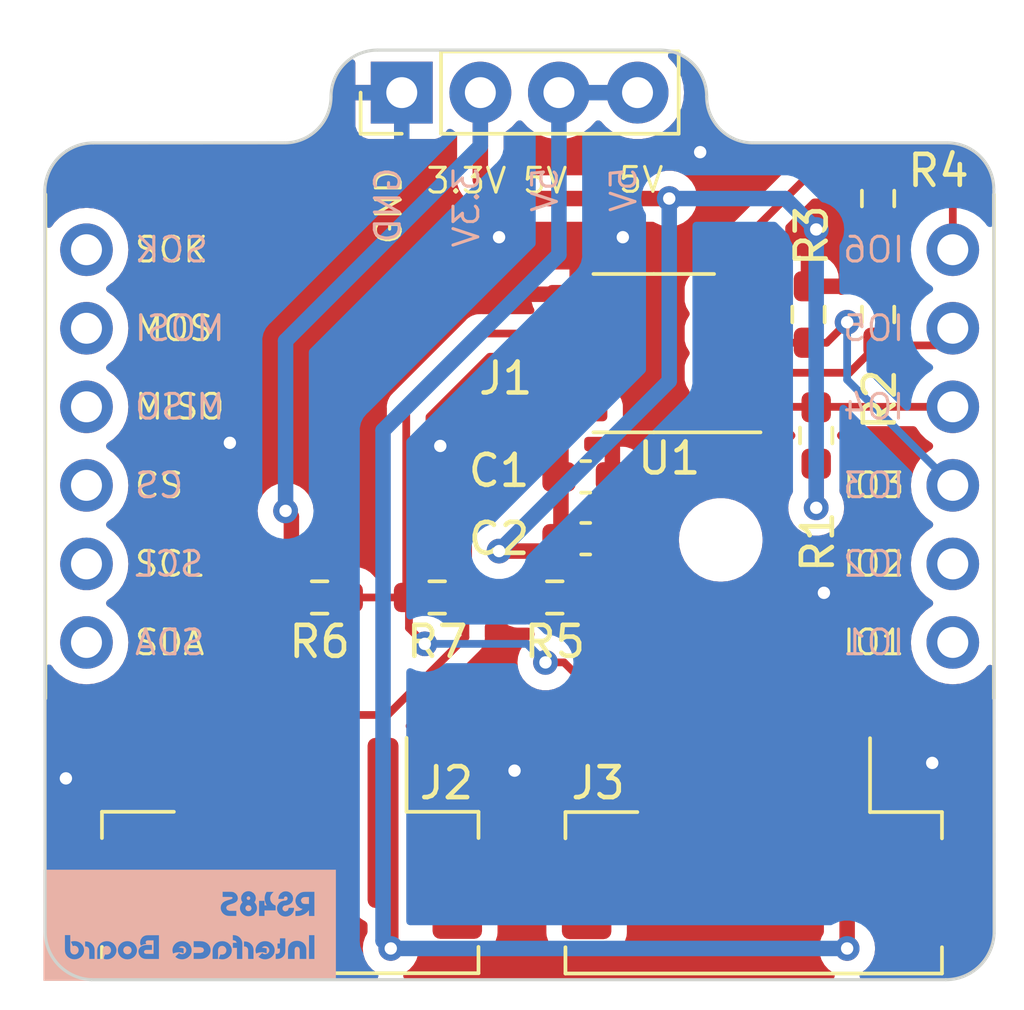
<source format=kicad_pcb>
(kicad_pcb (version 20221018) (generator pcbnew)
  (title_block (comment 4 "AISLER Project ID: JIZAFIGH"))
  (layers (0 "F.Cu" signal) (31 "B.Cu" signal) (34 "B.Paste" user) (35 "F.Paste" user) (36 "B.SilkS" user "B.Silkscreen") (37 "F.SilkS" user "F.Silkscreen") (38 "B.Mask" user) (39 "F.Mask" user) (44 "Edge.Cuts" user))
  (net 0 "")
  (net 1 "+5V")
  (net 2 "+3V3")
  (net 10 "Net-(J1-GPIO_3)")
  (net 11 "Net-(J1-GPIO_4)")
  (net 12 "Net-(J1-GPIO_6)")
  (net 13 "Net-(J2-Pin_2)")
  (net 14 "Net-(J2-Pin_3)")
  (net 15 "GND")
  (net 17 "Net-(J1-GPIO_5)")
  (footprint "Connector_JST:JST_PH_B4B-PH-SM4-TB_1x04-1MP_P2.00mm_Vertical" (layer "F.Cu") (at 69.75 65.19 180)
    (fp_text reference "J2" (at -5.05 1.79) (layer "F.SilkS"))
    (fp_text value "Conn_01x04")
    (fp_line (start -6.085 -4.36) (end 6.085 -4.36) (stroke (width 0.12)) (layer "F.SilkS"))
    (fp_line (start -6.085 -3.51) (end -6.085 -4.36) (stroke (width 0.12)) (layer "F.SilkS"))
    (fp_line (start -6.085 0.01) (end -6.085 0.86) (stroke (width 0.12)) (layer "F.SilkS"))
    (fp_line (start -6.085 0.86) (end -3.76 0.86) (stroke (width 0.12)) (layer "F.SilkS"))
    (fp_line (start -3.76 0.86) (end -3.76 3.25) (stroke (width 0.12)) (layer "F.SilkS"))
    (fp_line (start 6.085 -4.36) (end 6.085 -3.51) (stroke (width 0.12)) (layer "F.SilkS"))
    (fp_line (start 6.085 0.01) (end 6.085 0.86) (stroke (width 0.12)) (layer "F.SilkS"))
    (fp_line (start 6.085 0.86) (end 3.76 0.86) (stroke (width 0.12)) (layer "F.SilkS"))
    (pad "1" smd roundrect (at -3 0.5 180) (size 1 5.5) (layers "F.Cu" "F.Paste" "F.Mask") (net 1 "+5V"))
    (pad "2" smd roundrect (at -1 0.5 180) (size 1 5.5) (layers "F.Cu" "F.Paste" "F.Mask") (net 13 "Net-(J2-Pin_2)"))
    (pad "3" smd roundrect (at 1 0.5 180) (size 1 5.5) (layers "F.Cu" "F.Paste" "F.Mask") (net 14 "Net-(J2-Pin_3)"))
    (pad "4" smd roundrect (at 3 0.5 180) (size 1 5.5) (layers "F.Cu" "F.Paste" "F.Mask") (net 15 "GND"))
    (pad "MP" smd roundrect (at -5.4 -1.75 180) (size 1.6 3) (layers "F.Cu" "F.Paste" "F.Mask") (roundrect_rratio 0.15625))
    (pad "MP" smd roundrect (at 5.4 -1.75 180) (size 1.6 3) (layers "F.Cu" "F.Paste" "F.Mask") (roundrect_rratio 0.15625))
  )
  (footprint "Resistor_SMD:R_0603_1608Metric_Pad0.98x0.95mm_HandSolder" (layer "F.Cu") (at 78.3 57.4 180)
    (fp_text reference "R5" (at 0 -1.43) (layer "F.SilkS"))
    (fp_text value "20k")
    (fp_line (start -0.254724 -0.5225) (end 0.254724 -0.5225) (stroke (width 0.12)) (layer "F.SilkS"))
    (fp_line (start -0.254724 0.5225) (end 0.254724 0.5225) (stroke (width 0.12)) (layer "F.SilkS"))
    (pad "1" smd roundrect (at -0.9125 0 180) (size 0.975 0.95) (layers "F.Cu" "F.Paste" "F.Mask") (net 15 "GND"))
    (pad "2" smd roundrect (at 0.9125 0 180) (size 0.975 0.95) (layers "F.Cu" "F.Paste" "F.Mask") (net 13 "Net-(J2-Pin_2)"))
  )
  (footprint "Capacitor_SMD:C_0603_1608Metric_Pad1.08x0.95mm_HandSolder" (layer "F.Cu") (at 79.3 53.5)
    (fp_text reference "C1" (at -2.8 -0.2) (layer "F.SilkS"))
    (fp_text value "0.1uF")
    (fp_line (start -0.146267 -0.51) (end 0.146267 -0.51) (stroke (width 0.12)) (layer "F.SilkS"))
    (fp_line (start -0.146267 0.51) (end 0.146267 0.51) (stroke (width 0.12)) (layer "F.SilkS"))
    (pad "1" smd roundrect (at -0.8625 0) (size 1.075 0.95) (layers "F.Cu" "F.Paste" "F.Mask") (net 2 "+3V3"))
    (pad "2" smd roundrect (at 0.8625 0) (size 1.075 0.95) (layers "F.Cu" "F.Paste" "F.Mask") (net 15 "GND"))
  )
  (footprint "Connector_JST:JST_PH_B4B-PH-SM4-TB_1x04-1MP_P2.00mm_Vertical" (layer "F.Cu") (at 84.73 65.200001 180)
    (fp_text reference "J3" (at 5.03 1.800001) (layer "F.SilkS"))
    (fp_text value "Conn_01x04")
    (fp_line (start -6.085 -4.36) (end 6.085 -4.36) (stroke (width 0.12)) (layer "F.SilkS"))
    (fp_line (start -6.085 -3.51) (end -6.085 -4.36) (stroke (width 0.12)) (layer "F.SilkS"))
    (fp_line (start -6.085 0.01) (end -6.085 0.86) (stroke (width 0.12)) (layer "F.SilkS"))
    (fp_line (start -6.085 0.86) (end -3.76 0.86) (stroke (width 0.12)) (layer "F.SilkS"))
    (fp_line (start -3.76 0.86) (end -3.76 3.25) (stroke (width 0.12)) (layer "F.SilkS"))
    (fp_line (start 6.085 -4.36) (end 6.085 -3.51) (stroke (width 0.12)) (layer "F.SilkS"))
    (fp_line (start 6.085 0.01) (end 6.085 0.86) (stroke (width 0.12)) (layer "F.SilkS"))
    (fp_line (start 6.085 0.86) (end 3.76 0.86) (stroke (width 0.12)) (layer "F.SilkS"))
    (pad "1" smd roundrect (at -3 0.5 180) (size 1 5.5) (layers "F.Cu" "F.Paste" "F.Mask") (net 1 "+5V"))
    (pad "2" smd roundrect (at -1 0.5 180) (size 1 5.5) (layers "F.Cu" "F.Paste" "F.Mask") (net 13 "Net-(J2-Pin_2)"))
    (pad "3" smd roundrect (at 1 0.5 180) (size 1 5.5) (layers "F.Cu" "F.Paste" "F.Mask") (net 14 "Net-(J2-Pin_3)"))
    (pad "4" smd roundrect (at 3 0.5 180) (size 1 5.5) (layers "F.Cu" "F.Paste" "F.Mask") (net 15 "GND"))
    (pad "MP" smd roundrect (at -5.4 -1.75 180) (size 1.6 3) (layers "F.Cu" "F.Paste" "F.Mask") (roundrect_rratio 0.15625))
    (pad "MP" smd roundrect (at 5.4 -1.75 180) (size 1.6 3) (layers "F.Cu" "F.Paste" "F.Mask") (roundrect_rratio 0.15625))
  )
  (footprint "Package_SO:SOIC-8_3.9x4.9mm_P1.27mm" (layer "F.Cu") (at 81.5 49.5 180)
    (fp_text reference "U1" (at -0.5 -3.4) (layer "F.SilkS"))
    (fp_text value "MAX485E")
    (fp_line (start 0 -2.56) (end -3.45 -2.56) (stroke (width 0.12)) (layer "F.SilkS"))
    (fp_line (start 0 -2.56) (end 1.95 -2.56) (stroke (width 0.12)) (layer "F.SilkS"))
    (fp_line (start 0 2.56) (end -1.95 2.56) (stroke (width 0.12)) (layer "F.SilkS"))
    (fp_line (start 0 2.56) (end 1.95 2.56) (stroke (width 0.12)) (layer "F.SilkS"))
    (pad "1" smd roundrect (at -2.475 -1.905 180) (size 1.95 0.6) (layers "F.Cu" "F.Paste" "F.Mask") (net 11 "Net-(J1-GPIO_4)"))
    (pad "2" smd roundrect (at -2.475 -0.635 180) (size 1.95 0.6) (layers "F.Cu" "F.Paste" "F.Mask") (net 17 "Net-(J1-GPIO_5)"))
    (pad "3" smd roundrect (at -2.475 0.635 180) (size 1.95 0.6) (layers "F.Cu" "F.Paste" "F.Mask") (net 10 "Net-(J1-GPIO_3)"))
    (pad "4" smd roundrect (at -2.475 1.905 180) (size 1.95 0.6) (layers "F.Cu" "F.Paste" "F.Mask") (net 12 "Net-(J1-GPIO_6)"))
    (pad "5" smd roundrect (at 2.475 1.905 180) (size 1.95 0.6) (layers "F.Cu" "F.Paste" "F.Mask") (net 15 "GND"))
    (pad "6" smd roundrect (at 2.475 0.635 180) (size 1.95 0.6) (layers "F.Cu" "F.Paste" "F.Mask") (net 14 "Net-(J2-Pin_3)"))
    (pad "7" smd roundrect (at 2.475 -0.635 180) (size 1.95 0.6) (layers "F.Cu" "F.Paste" "F.Mask") (net 13 "Net-(J2-Pin_2)"))
    (pad "8" smd roundrect (at 2.475 -1.905 180) (size 1.95 0.6) (layers "F.Cu" "F.Paste" "F.Mask") (net 2 "+3V3"))
  )
  (footprint "Resistor_SMD:R_0603_1608Metric_Pad0.98x0.95mm_HandSolder" (layer "F.Cu") (at 86.5 48.25 -90)
    (fp_text reference "R3" (at -2.55 -0.1 90) (layer "F.SilkS"))
    (fp_text value "10k")
    (fp_line (start -0.254724 -0.5225) (end 0.254724 -0.5225) (stroke (width 0.12)) (layer "F.SilkS"))
    (fp_line (start -0.254724 0.5225) (end 0.254724 0.5225) (stroke (width 0.12)) (layer "F.SilkS"))
    (pad "1" smd roundrect (at -0.9125 0 270) (size 0.975 0.95) (layers "F.Cu" "F.Paste" "F.Mask") (net 2 "+3V3"))
    (pad "2" smd roundrect (at 0.9125 0 270) (size 0.975 0.95) (layers "F.Cu" "F.Paste" "F.Mask") (net 10 "Net-(J1-GPIO_3)"))
  )
  (footprint "Resistor_SMD:R_0603_1608Metric_Pad0.98x0.95mm_HandSolder" (layer "F.Cu") (at 88.75 48.25 -90)
    (fp_text reference "R2" (at 2.75 -0.05 90) (layer "F.SilkS"))
    (fp_text value "10k")
    (fp_line (start -0.254724 -0.5225) (end 0.254724 -0.5225) (stroke (width 0.12)) (layer "F.SilkS"))
    (fp_line (start -0.254724 0.5225) (end 0.254724 0.5225) (stroke (width 0.12)) (layer "F.SilkS"))
    (pad "1" smd roundrect (at -0.9125 0 270) (size 0.975 0.95) (layers "F.Cu" "F.Paste" "F.Mask") (net 2 "+3V3"))
    (pad "2" smd roundrect (at 0.9125 0 270) (size 0.975 0.95) (layers "F.Cu" "F.Paste" "F.Mask") (net 17 "Net-(J1-GPIO_5)"))
  )
  (footprint "0_connectors:Hat_connector_hole" (layer "F.Cu") (at 77.165 49.965)
    (fp_text reference "J1" (at -0.45 0.35 unlocked) (layer "F.SilkS"))
    (fp_text value "Hat_connector_hole")
    (fp_text user "IO5" (at 12.5 -1.27 unlocked) (layer "B.SilkS") (effects (font (size 0.8 0.8) (thickness 0.1)) (justify left mirror)))
    (fp_text user "IO6" (at 12.5 -3.81 unlocked) (layer "B.SilkS") (effects (font (size 0.8 0.8) (thickness 0.1)) (justify left mirror)))
    (fp_text user "MOSI" (at -12.5 -1.27 unlocked) (layer "B.SilkS") (effects (font (size 0.8 0.8) (thickness 0.1)) (justify right mirror)))
    (fp_text user "IO4" (at 12.5 1.27 unlocked) (layer "B.SilkS") (effects (font (size 0.8 0.8) (thickness 0.1)) (justify left mirror)))
    (fp_text user "SCL" (at -12.5 6.35 unlocked) (layer "B.SilkS") (effects (font (size 0.8 0.8) (thickness 0.1)) (justify right mirror)))
    (fp_text user "MISO" (at -12.5 1.27 unlocked) (layer "B.SilkS") (effects (font (size 0.8 0.8) (thickness 0.1)) (justify right mirror)))
    (fp_text user "5V" (at 3.36 -6.54 90 unlocked) (layer "B.SilkS") (effects (font (size 0.8 0.8) (thickness 0.1)) (justify left mirror)))
    (fp_text user "5V" (at 0.82 -6.54 90 unlocked) (layer "B.SilkS") (effects (font (size 0.8 0.8) (thickness 0.1)) (justify left mirror)))
    (fp_text user "SDA" (at -12.5 8.89 unlocked) (layer "B.SilkS") (effects (font (size 0.8 0.8) (thickness 0.1)) (justify right mirror)))
    (fp_text user "IO1" (at 12.5 8.89 unlocked) (layer "B.SilkS") (effects (font (size 0.8 0.8) (thickness 0.1)) (justify left mirror)))
    (fp_text user "CS" (at -12.5 3.81 unlocked) (layer "B.SilkS") (effects (font (size 0.8 0.8) (thickness 0.1)) (justify right mirror)))
    (fp_text user "IO2" (at 12.5 6.35 unlocked) (layer "B.SilkS") (effects (font (size 0.8 0.8) (thickness 0.1)) (justify left mirror)))
    (fp_text user "GND" (at -4.26 -6.54 90 unlocked) (layer "B.SilkS") (effects (font (size 0.8 0.8) (thickness 0.1)) (justify left mirror)))
    (fp_text user "IO3" (at 12.5 3.81 unlocked) (layer "B.SilkS") (effects (font (size 0.8 0.8) (thickness 0.1)) (justify left mirror)))
    (fp_text user "SCK" (at -12.5 -3.81 unlocked) (layer "B.SilkS") (effects (font (size 0.8 0.8) (thickness 0.1)) (justify right mirror)))
    (fp_text user "3.3V" (at -1.72 -6.54 90 unlocked) (layer "B.SilkS") (effects (font (size 0.8 0.8) (thickness 0.1)) (justify left mirror)))
    (fp_text user "SCL" (at -12.5 6.35 unlocked) (layer "F.SilkS") (effects (font (size 0.8 0.8) (thickness 0.1)) (justify left)))
    (fp_text user "SDA" (at -12.5 8.89 unlocked) (layer "F.SilkS") (effects (font (size 0.8 0.8) (thickness 0.1)) (justify left)))
    (fp_text user "3.3V" (at -1.72 -6.04 unlocked) (layer "F.SilkS") (effects (font (size 0.8 0.8) (thickness 0.1))))
    (fp_text user "5V" (at 3.135 -6.065 unlocked) (layer "F.SilkS") (effects (font (size 0.8 0.8) (thickness 0.1)) (justify left)))
    (fp_text user "MOSI" (at -12.5 -1.27 unlocked) (layer "F.SilkS") (effects (font (size 0.8 0.8) (thickness 0.1)) (justify left)))
    (fp_text user "IO1" (at 12.5 8.89 unlocked) (layer "F.SilkS") (effects (font (size 0.8 0.8) (thickness 0.1)) (justify right)))
    (fp_text user "GND" (at -4.225 -6.485 90 unlocked) (layer "F.SilkS") (effects (font (size 0.8 0.8) (thickness 0.1)) (justify right)))
    (fp_text user "SCK" (at -12.5 -3.81 unlocked) (layer "F.SilkS") (effects (font (size 0.8 0.8) (thickness 0.1)) (justify left)))
    (fp_text user "CS" (at -12.5 3.81 unlocked) (layer "F.SilkS") (effects (font (size 0.8 0.8) (thickness 0.1)) (justify left)))
    (fp_text user "IO2" (at 12.5 6.35 unlocked) (layer "F.SilkS") (effects (font (size 0.8 0.8) (thickness 0.1)) (justify right)))
    (fp_text user "5V" (at 0.82 -6.04 unlocked) (layer "F.SilkS") (effects (font (size 0.8 0.8) (thickness 0.1))))
    (fp_text user "MISO" (at -12.5 1.27 unlocked) (layer "F.SilkS") (effects (font (size 0.8 0.8) (thickness 0.1)) (justify left)))
    (fp_text user "IO3" (at 12.5 3.81 unlocked) (layer "F.SilkS") (effects (font (size 0.8 0.8) (thickness 0.1)) (justify right)))
    (fp_line (start -15.33 -5.6) (end -15.33 10.7) (stroke (width 0.12)) (layer "F.SilkS"))
    (fp_line (start -5.14 -7.56) (end -5.14 -8.89) (stroke (width 0.12)) (layer "F.SilkS"))
    (fp_line (start -3.81 -7.56) (end -5.14 -7.56) (stroke (width 0.12)) (layer "F.SilkS"))
    (fp_line (start -2.54 -10.22) (end 5.14 -10.22) (stroke (width 0.12)) (layer "F.SilkS"))
    (fp_line (start -2.54 -7.56) (end -2.54 -10.22) (stroke (width 0.12)) (layer "F.SilkS"))
    (fp_line (start -2.54 -7.56) (end 5.14 -7.56) (stroke (width 0.12)) (layer "F.SilkS"))
    (fp_line (start 5.14 -7.56) (end 5.14 -10.22) (stroke (width 0.12)) (layer "F.SilkS"))
    (fp_line (start 15.33 -5.6) (end 15.33 10.7) (stroke (width 0.12)) (layer "F.SilkS"))
    (pad "" np_thru_hole circle (at 6.5 5.5725) (size 2.2 2.2) (drill 2.2) (layers "*.Cu" "*.Mask"))
    (pad "1" thru_hole rect (at -3.81 -8.89 90) (size 2 2) (drill 1) (layers "*.Cu" "*.Mask") (net 15 "GND"))
    (pad "2" thru_hole oval (at -1.27 -8.89 90) (size 2 2) (drill 1) (layers "*.Cu" "*.Mask") (net 2 "+3V3"))
    (pad "3" thru_hole oval (at -14 -3.81) (size 1.7 1.7) (drill 1) (layers "*.Cu" "*.Mask"))
    (pad "4" thru_hole oval (at -14 -1.27) (size 1.7 1.7) (drill 1) (layers "*.Cu" "*.Mask"))
    (pad "5" thru_hole oval (at -14 1.27) (size 1.7 1.7) (drill 1) (layers "*.Cu" "*.Mask"))
    (pad "6" thru_hole oval (at -14 3.81) (size 1.7 1.7) (drill 1) (layers "*.Cu" "*.Mask"))
    (pad "7" thru_hole oval (at -14 6.35) (size 1.7 1.7) (drill 1) (layers "*.Cu" "*.Mask"))
    (pad "8" thru_hole oval (at -14 8.89) (size 1.7 1.7) (drill 1) (layers "*.Cu" "*.Mask"))
    (pad "9" thru_hole oval (at 14 8.89) (size 1.7 1.7) (drill 1) (layers "*.Cu" "*.Mask"))
    (pad "10" thru_hole oval (at 14 6.35) (size 1.7 1.7) (drill 1) (layers "*.Cu" "*.Mask"))
    (pad "11" thru_hole oval (at 14 3.81) (size 1.7 1.7) (drill 1) (layers "*.Cu" "*.Mask") (net 10 "Net-(J1-GPIO_3)"))
    (pad "12" thru_hole oval (at 14 1.27) (size 1.7 1.7) (drill 1) (layers "*.Cu" "*.Mask") (net 11 "Net-(J1-GPIO_4)"))
    (pad "13" thru_hole oval (at 14 -1.27) (size 1.7 1.7) (drill 1) (layers "*.Cu" "*.Mask") (net 17 "Net-(J1-GPIO_5)"))
    (pad "14" thru_hole oval (at 14 -3.81) (size 1.7 1.7) (drill 1) (layers "*.Cu" "*.Mask") (net 12 "Net-(J1-GPIO_6)"))
    (pad "15" thru_hole oval (at 1.27 -8.89 90) (size 2 2) (drill 1) (layers "*.Cu" "*.Mask") (net 1 "+5V"))
    (pad "16" thru_hole oval (at 3.81 -8.89 90) (size 2 2) (drill 1) (layers "*.Cu" "*.Mask") (net 1 "+5V"))
  )
  (footprint "Resistor_SMD:R_0603_1608Metric_Pad0.98x0.95mm_HandSolder" (layer "F.Cu") (at 86.75 52.1625 90)
    (fp_text reference "R1" (at -3.4375 0.05 90) (layer "F.SilkS"))
    (fp_text value "10k")
    (fp_line (start -0.254724 -0.5225) (end 0.254724 -0.5225) (stroke (width 0.12)) (layer "F.SilkS"))
    (fp_line (start -0.254724 0.5225) (end 0.254724 0.5225) (stroke (width 0.12)) (layer "F.SilkS"))
    (pad "1" smd roundrect (at -0.9125 0 90) (size 0.975 0.95) (layers "F.Cu" "F.Paste" "F.Mask") (net 2 "+3V3"))
    (pad "2" smd roundrect (at 0.9125 0 90) (size 0.975 0.95) (layers "F.Cu" "F.Paste" "F.Mask") (net 11 "Net-(J1-GPIO_4)"))
  )
  (footprint "Resistor_SMD:R_0603_1608Metric_Pad0.98x0.95mm_HandSolder" (layer "F.Cu") (at 74.5 57.4 180)
    (fp_text reference "R7" (at 0 -1.43) (layer "F.SilkS"))
    (fp_text value "120R")
    (fp_line (start -0.254724 -0.5225) (end 0.254724 -0.5225) (stroke (width 0.12)) (layer "F.SilkS"))
    (fp_line (start -0.254724 0.5225) (end 0.254724 0.5225) (stroke (width 0.12)) (layer "F.SilkS"))
    (pad "1" smd roundrect (at -0.9125 0 180) (size 0.975 0.95) (layers "F.Cu" "F.Paste" "F.Mask") (net 13 "Net-(J2-Pin_2)"))
    (pad "2" smd roundrect (at 0.9125 0 180) (size 0.975 0.95) (layers "F.Cu" "F.Paste" "F.Mask") (net 14 "Net-(J2-Pin_3)"))
  )
  (footprint "Resistor_SMD:R_0603_1608Metric_Pad0.98x0.95mm_HandSolder" (layer "F.Cu") (at 70.7 57.4 180)
    (fp_text reference "R6" (at 0 -1.43) (layer "F.SilkS"))
    (fp_text value "20k")
    (fp_line (start -0.254724 -0.5225) (end 0.254724 -0.5225) (stroke (width 0.12)) (layer "F.SilkS"))
    (fp_line (start -0.254724 0.5225) (end 0.254724 0.5225) (stroke (width 0.12)) (layer "F.SilkS"))
    (pad "1" smd roundrect (at -0.9125 0 180) (size 0.975 0.95) (layers "F.Cu" "F.Paste" "F.Mask") (net 14 "Net-(J2-Pin_3)"))
    (pad "2" smd roundrect (at 0.9125 0 180) (size 0.975 0.95) (layers "F.Cu" "F.Paste" "F.Mask") (net 2 "+3V3"))
  )
  (footprint "Resistor_SMD:R_0603_1608Metric_Pad0.98x0.95mm_HandSolder" (layer "F.Cu") (at 88.75 44.5 90)
    (fp_text reference "R4" (at 0.9 1.95) (layer "F.SilkS"))
    (fp_text value "10k")
    (fp_line (start -0.254724 -0.5225) (end 0.254724 -0.5225) (stroke (width 0.12)) (layer "F.SilkS"))
    (fp_line (start -0.254724 0.5225) (end 0.254724 0.5225) (stroke (width 0.12)) (layer "F.SilkS"))
    (pad "1" smd roundrect (at -0.9125 0 90) (size 0.975 0.95) (layers "F.Cu" "F.Paste" "F.Mask") (net 2 "+3V3"))
    (pad "2" smd roundrect (at 0.9125 0 90) (size 0.975 0.95) (layers "F.Cu" "F.Paste" "F.Mask") (net 12 "Net-(J1-GPIO_6)"))
  )
  (footprint "Capacitor_SMD:C_0603_1608Metric_Pad1.08x0.95mm_HandSolder" (layer "F.Cu") (at 79.3 55.5)
    (fp_text reference "C2" (at -2.8 0) (layer "F.SilkS"))
    (fp_text value "10uF")
    (fp_line (start -0.146267 -0.51) (end 0.146267 -0.51) (stroke (width 0.12)) (layer "F.SilkS"))
    (fp_line (start -0.146267 0.51) (end 0.146267 0.51) (stroke (width 0.12)) (layer "F.SilkS"))
    (pad "1" smd roundrect (at -0.8625 0) (size 1.075 0.95) (layers "F.Cu" "F.Paste" "F.Mask") (net 2 "+3V3"))
    (pad "2" smd roundrect (at 0.8625 0) (size 1.075 0.95) (layers "F.Cu" "F.Paste" "F.Mask") (net 15 "GND"))
  )
  (footprint "kibuzzard-6474C680" (layer "B.Cu") (at 66.5 68 180)
    (fp_text reference "kibuzzard-6474C680" hide)
    (fp_text value "G***" hide)
    (fp_poly (pts (xy -1.900779 0.937796) (xy -1.944118 0.919461) (xy -1.961898 0.876678) (xy -1.944118 0.833895) (xy -1.900779 0.815559) (xy -1.857441 0.833339) (xy -1.839661 0.876678) (xy -1.857441 0.920016) (xy -1.900779 0.937796)) (fill solid) (layer "B.SilkS"))
    (fp_poly (pts (xy -3.719896 0.689988) (xy -3.670306 0.69735) (xy -3.63044 0.719436) (xy -3.595436 0.795556) (xy -3.604881 0.840562) (xy -3.630996 0.878345) (xy -3.670445 0.903903) (xy -3.719896 0.913349) (xy -3.855468 0.913349) (xy -3.855468 0.689988) (xy -3.719896 0.689988)) (fill solid) (layer "B.SilkS"))
    (fp_poly (pts (xy -1.900779 0.649983) (xy -1.971899 0.621646) (xy -1.999681 0.553304) (xy -1.992458 0.516633) (xy -1.971899 0.485518) (xy -1.940229 0.464404) (xy -1.900779 0.456625) (xy -1.86133 0.464404) (xy -1.829659 0.485518) (xy -1.809101 0.516633) (xy -1.801878 0.553304) (xy -1.809101 0.589975) (xy -1.829659 0.62109) (xy -1.86133 0.642204) (xy -1.900779 0.649983)) (fill solid) (layer "B.SilkS"))
    (fp_poly (pts (xy 1.874892 -0.807753) (xy 1.885293 -0.858115) (xy 1.913759 -0.900266) (xy 1.957004 -0.928731) (xy 2.011746 -0.939132) (xy 2.06594 -0.928731) (xy 2.108638 -0.900266) (xy 2.137103 -0.858115) (xy 2.147504 -0.807753) (xy 2.137103 -0.757391) (xy 2.108638 -0.71524) (xy 2.06594 -0.686227) (xy 2.011746 -0.675279) (xy 1.957004 -0.686227) (xy 1.913759 -0.71524) (xy 1.885293 -0.757391) (xy 1.874892 -0.807753)) (fill solid) (layer "B.SilkS"))
    (fp_poly (pts (xy -4.031703 1.796793) (xy -4.726234 1.796793) (xy -4.726234 -1.796793) (xy -4.031703 -1.796793) (xy -4.031703 -1.089124) (xy -4.031703 -0.320555) (xy -3.857625 -0.320555) (xy -3.857625 -1.089124) (xy -4.031703 -1.089124) (xy -4.031703 -1.796793) (xy -3.178832 -1.796793) (xy -3.178832 -1.088029) (xy -3.392323 -1.088029) (xy -3.392323 -0.774908) (xy -3.415862 -0.717977) (xy -3.474435 -0.693891) (xy -3.534103 -0.71743) (xy -3.557642 -0.774908) (xy -3.557642 -1.088029) (xy -3.770039 -1.088029) (xy -3.770039 -0.774908) (xy -3.764565 -0.719756) (xy -3.748142 -0.668162) (xy -3.721866 -0.621495) (xy -3.686832 -0.581124) (xy -3.643449 -0.547868) (xy -3.592129 -0.52255) (xy -3.533693 -0.506538) (xy -3.468961 -0.501201) (xy -3.418747 -0.505256) (xy -3.418747 0.299939) (xy -3.486533 0.299939) (xy -3.543346 0.303412) (xy -3.598214 0.31383) (xy -3.650581 0.330637) (xy -3.699893 0.353279) (xy -3.745732 0.381199) (xy -3.787682 0.413842) (xy -3.824631 0.450652) (xy -3.855468 0.491074) (xy -3.855468 0.299939) (xy -4.031046 0.299939) (xy -4.031046 1.081148) (xy -3.719896 1.081148) (xy -3.655999 1.075036) (xy -3.597658 1.0567) (xy -3.545985 1.028363) (xy -3.502091 0.992248) (xy -3.46667 0.949465) (xy -3.440416 0.901125) (xy -3.424164 0.849174) (xy -3.418747 0.795556) (xy -3.422914 0.749578) (xy -3.435416 0.70499) (xy -3.455418 0.663179) (xy -3.482088 0.625535) (xy -3.515287 0.592476) (xy -3.554875 0.564416) (xy -3.600297 0.542747) (xy -3.650998 0.528856) (xy -3.605437 0.491074) (xy -3.554875 0.471071) (xy -3.499868 0.463293) (xy -3.440972 0.462181) (xy -3.418747 0.462181) (xy -3.418747 0.299939) (xy -3.418747 -0.505256) (xy -3.402861 -0.506538) (xy -3.344698 -0.52255) (xy -3.294747 -0.547868) (xy -3.25328 -0.581124) (xy -3.220709 -0.621495) (xy -3.197444 -0.668162) (xy -3.183485 -0.719756) (xy -3.178832 -0.774908) (xy -3.178832 -1.088029) (xy -3.178832 -1.796793) (xy -3.098707 -1.796793) (xy -3.098707 0.282159) (xy -3.15802 0.287715) (xy -3.211499 0.304384) (xy -3.258449 0.330221) (xy -3.298176 0.36328) (xy -3.330264 0.402591) (xy -3.354294 0.44718) (xy -3.369296 0.495102) (xy -3.374297 0.544414) (xy -3.374297 0.563305) (xy -3.198719 0.563305) (xy -3.198719 0.544414) (xy -3.169271 0.477183) (xy -3.098707 0.448846) (xy -3.059258 0.456625) (xy -3.027587 0.477739) (xy -3.007029 0.508298) (xy -2.999806 0.544414) (xy -3.007584 0.581085) (xy -3.028698 0.6122) (xy -3.060369 0.633314) (xy -3.099818 0.641093) (xy -3.110375 0.641093) (xy -3.120932 0.642204) (xy -3.129822 0.643871) (xy -3.139823 0.645538) (xy -3.226501 0.674013) (xy -3.290953 0.723881) (xy -3.330958 0.790417) (xy -3.344293 0.868899) (xy -3.327624 0.953354) (xy -3.279841 1.026696) (xy -3.245531 1.055728) (xy -3.204831 1.07837) (xy -3.15802 1.092955) (xy -3.105374 1.097816) (xy -3.054396 1.092955) (xy -3.00814 1.07837) (xy -2.933131 1.027252) (xy -2.884791 0.955021) (xy -2.867567 0.872233) (xy -2.867567 0.853341) (xy -3.045367 0.853341) (xy -3.045367 0.872233) (xy -3.062591 0.915571) (xy -3.105374 0.933351) (xy -3.149824 0.915571) (xy -3.167604 0.872233) (xy -3.15038 0.82056) (xy -3.105374 0.797779) (xy -3.089817 0.797779) (xy -3.029948 0.792501) (xy -2.977025 0.776665) (xy -2.931325 0.752079) (xy -2.893126 0.720547) (xy -2.862844 0.682903) (xy -2.840897 0.639981) (xy -2.827562 0.593309) (xy -2.823117 0.544414) (xy -2.828118 0.495936) (xy -2.843119 0.448291) (xy -2.86715 0.403702) (xy -2.899238 0.364391) (xy -2.939104 0.331193) (xy -2.986471 0.30494) (xy -3.040089 0.287854) (xy -3.098707 0.282159) (xy -3.098707 -1.796793) (xy -2.781409 -1.796793) (xy -2.781409 -1.088029) (xy -2.835056 -1.088029) (xy -2.891166 -1.082555) (xy -2.941254 -1.066132) (xy -2.984911 -1.040951) (xy -3.021724 -1.009201) (xy -3.051284 -0.97184) (xy -3.073181 -0.929826) (xy -3.08673 -0.885075) (xy -3.091246 -0.839503) (xy -3.091246 -0.421279) (xy -2.918263 -0.421279) (xy -2.918263 -0.589882) (xy -2.84053 -0.589882) (xy -2.84053 -0.753011) (xy -2.918263 -0.753011) (xy -2.918263 -0.842787) (xy -2.894177 -0.899718) (xy -2.835056 -0.924899) (xy -2.781409 -0.924899) (xy -2.781409 -1.088029) (xy -2.781409 -1.796793) (xy -2.438728 -1.796793) (xy -2.438728 -1.101167) (xy -2.49867 -1.095693) (xy -2.555875 -1.07927) (xy -2.608427 -1.052994) (xy -2.654409 -1.01796) (xy -2.692865 -0.974988) (xy -2.722836 -0.924899) (xy -2.742133 -0.868789) (xy -2.748565 -0.807753) (xy -2.742954 -0.752601) (xy -2.726121 -0.698818) (xy -2.699161 -0.648729) (xy -2.663168 -0.604662) (xy -2.618554 -0.567575) (xy -2.565728 -0.538425) (xy -2.505513 -0.519539) (xy -2.438728 -0.513244) (xy -2.374681 -0.518992) (xy -2.316108 -0.536236) (xy -2.26424 -0.563059) (xy -2.243044 -0.579699) (xy -2.243044 0.30105) (xy -2.418622 0.30105) (xy -2.418622 0.481073) (xy -2.778667 0.481073) (xy -2.778667 0.63887) (xy -2.764221 0.643315) (xy -2.695879 0.679986) (xy -2.64365 0.733882) (xy -2.610868 0.799446) (xy -2.599756 0.871121) (xy -2.604895 0.919878) (xy -2.620314 0.966133) (xy -2.645456 1.008778) (xy -2.679766 1.046699) (xy -2.715326 1.078925) (xy -2.487519 1.078925) (xy -2.45946 1.030169) (xy -2.439736 0.977246) (xy -2.428068 0.921822) (xy -2.424178 0.865565) (xy -2.428484 0.807225) (xy -2.441403 0.749995) (xy -2.462933 0.694988) (xy -2.493076 0.643315) (xy -2.418622 0.643315) (xy -2.418622 0.79) (xy -2.243044 0.79) (xy -2.243044 0.30105) (xy -2.243044 -0.579699) (xy -2.22031 -0.597546) (xy -2.184318 -0.638876) (xy -2.156263 -0.686227) (xy -2.137377 -0.73741) (xy -2.128892 -0.790236) (xy -2.130534 -0.836218) (xy -2.137651 -0.873443) (xy -2.145862 -0.900813) (xy -2.150789 -0.916141) (xy -2.165022 -0.909024) (xy -2.201151 -0.893697) (xy -2.255892 -0.878917) (xy -2.324866 -0.872348) (xy -2.39603 -0.879464) (xy -2.473763 -0.904098) (xy -2.478142 -0.906287) (xy -2.489091 -0.911761) (xy -2.489091 -0.748632) (xy -2.411358 -0.731662) (xy -2.331435 -0.725641) (xy -2.377966 -0.688964) (xy -2.438728 -0.675279) (xy -2.49347 -0.686227) (xy -2.536716 -0.71524) (xy -2.565181 -0.757391) (xy -2.575582 -0.807753) (xy -2.565181 -0.856473) (xy -2.536168 -0.898076) (xy -2.492922 -0.927089) (xy -2.438728 -0.938037) (xy -2.387272 -0.928184) (xy -2.342384 -0.898624) (xy -2.341289 -0.899718) (xy -2.284358 -0.956649) (xy -2.243302 -0.997158) (xy -2.220858 -1.019055) (xy -2.266977 -1.053952) (xy -2.31994 -1.079818) (xy -2.377829 -1.095829) (xy -2.438728 -1.101167) (xy -2.438728 -1.796793) (xy -1.89022 -1.796793) (xy -1.89022 -1.088029) (xy -2.063203 -1.088029) (xy -2.063203 -0.792425) (xy -2.058002 -0.741789) (xy -2.042401 -0.692796) (xy -2.017357 -0.647224) (xy -1.983828 -0.606852) (xy -1.942498 -0.572775) (xy -1.900779 -0.549795) (xy -1.900779 0.291049) (xy -1.960092 0.296744) (xy -2.013571 0.31383) (xy -2.060522 0.340083) (xy -2.100249 0.373281) (xy -2.132336 0.412592) (xy -2.156367 0.457181) (xy -2.171369 0.504826) (xy -2.176369 0.553304) (xy -2.170813 0.607894) (xy -2.154144 0.656095) (xy -2.127474 0.69985) (xy -2.091914 0.741105) (xy -2.126919 0.806113) (xy -2.138587 0.876678) (xy -2.121363 0.959466) (xy -2.073023 1.031697) (xy -1.998014 1.082815) (xy -1.951758 1.0974) (xy -1.900779 1.102261) (xy -1.849801 1.0974) (xy -1.803545 1.082815) (xy -1.762707 1.060312) (xy -1.72798 1.031697) (xy -1.679085 0.959466) (xy -1.661861 0.876678) (xy -1.673529 0.805836) (xy -1.708533 0.742216) (xy -1.673112 0.700683) (xy -1.646859 0.656095) (xy -1.630607 0.607338) (xy -1.625189 0.553304) (xy -1.63019 0.504826) (xy -1.645192 0.457181) (xy -1.669223 0.412592) (xy -1.70131 0.373281) (xy -1.741037 0.340083) (xy -1.787988 0.31383) (xy -1.841466 0.296744) (xy -1.900779 0.291049) (xy -1.900779 -0.549795) (xy -1.894052 -0.546089) (xy -1.839173 -0.528846) (xy -1.778547 -0.523098) (xy -1.756651 -0.523098) (xy -1.756651 -0.686227) (xy -1.778547 -0.686227) (xy -1.821793 -0.694986) (xy -1.857375 -0.718524) (xy -1.881461 -0.752464) (xy -1.89022 -0.792425) (xy -1.89022 -1.088029) (xy -1.89022 -1.796793) (xy -1.701909 -1.796793) (xy -1.701909 -1.088029) (xy -1.701909 -0.586598) (xy -1.696709 -0.536646) (xy -1.681108 -0.487516) (xy -1.656064 -0.44167) (xy -1.622534 -0.401572) (xy -1.581205 -0.367906) (xy -1.532759 -0.341356) (xy -1.47788 -0.324113) (xy -1.417254 -0.318365) (xy -1.395358 -0.318365) (xy -1.395358 -0.481494) (xy -1.417254 -0.481494) (xy -1.488418 -0.507223) (xy -1.525642 -0.567986) (xy -1.395358 -0.567986) (xy -1.395358 -0.731115) (xy -1.527832 -0.731115) (xy -1.527832 -1.088029) (xy -1.701909 -1.088029) (xy -1.701909 -1.796793) (xy -1.052677 -1.796793) (xy -1.052677 -1.102261) (xy -1.118777 -1.095966) (xy -1.179129 -1.07708) (xy -1.232365 -1.047931) (xy -1.277116 -1.010843) (xy -1.313109 -0.966913) (xy -1.340069 -0.917236) (xy -1.356902 -0.863863) (xy -1.362513 -0.808848) (xy -1.357039 -0.753696) (xy -1.340616 -0.699912) (xy -1.314067 -0.649824) (xy -1.279591 -0.607453) (xy -1.279591 0.30105) (xy -1.508508 0.30105) (xy -1.508508 0.466626) (xy -1.280702 0.466626) (xy -1.209026 0.494963) (xy -1.180689 0.562194) (xy -1.191246 0.605533) (xy -1.220694 0.636648) (xy -1.266256 0.66054) (xy -1.325152 0.681098) (xy -1.388493 0.7011) (xy -1.449056 0.726103) (xy -1.503508 0.759441) (xy -1.542957 0.805558) (xy -1.558514 0.871121) (xy -1.542957 0.947798) (xy -1.499063 1.015584) (xy -1.430165 1.063923) (xy -1.387243 1.077675) (xy -1.339598 1.082259) (xy -1.066231 1.082259) (xy -1.066231 0.916683) (xy -1.341821 0.916683) (xy -1.375158 0.907793) (xy -1.387382 0.884456) (xy -1.376825 0.862231) (xy -1.340709 0.842229) (xy -1.280146 0.823893) (xy -1.210693 0.804446) (xy -1.136239 0.774443) (xy -1.07012 0.728881) (xy -1.022336 0.66054) (xy -1.008585 0.615673) (xy -1.004001 0.562194) (xy -1.009001 0.513021) (xy -1.024003 0.465515) (xy -1.048034 0.421343) (xy -1.080121 0.382171) (xy -1.119849 0.349112) (xy -1.166799 0.323275) (xy -1.220278 0.306606) (xy -1.279591 0.30105) (xy -1.279591 -0.607453) (xy -1.278211 -0.605757) (xy -1.23346 -0.56867) (xy -1.180224 -0.53952) (xy -1.119598 -0.520634) (xy -1.052677 -0.514339) (xy -0.985755 -0.520497) (xy -0.925129 -0.538973) (xy -0.871893 -0.567712) (xy -0.827142 -0.604662) (xy -0.79115 -0.648729) (xy -0.76419 -0.698818) (xy -0.747357 -0.752875) (xy -0.741746 -0.808848) (xy -0.741746 -1.088029) (xy -0.916918 -1.088029) (xy -0.916918 -0.808848) (xy -0.926224 -0.753011) (xy -0.9525 -0.707029) (xy -0.994651 -0.675826) (xy -1.052677 -0.66433) (xy -1.107418 -0.676921) (xy -1.150664 -0.710313) (xy -1.178582 -0.756843) (xy -1.188435 -0.808848) (xy -1.178582 -0.860305) (xy -1.150664 -0.905193) (xy -1.107418 -0.93749) (xy -1.052677 -0.95008) (xy -1.023664 -0.948438) (xy -0.996841 -0.941322) (xy -0.985345 -0.967598) (xy -0.965091 -1.014675) (xy -0.936625 -1.07927) (xy -0.936625 -1.080365) (xy -0.993556 -1.096787) (xy -1.052677 -1.102261) (xy -1.052677 -1.796793) (xy -0.129737 -1.796793) (xy -0.129737 -1.088029) (xy -0.353082 -1.088029) (xy -0.41973 -1.082418) (xy -0.481724 -1.065585) (xy -0.537287 -1.039035) (xy -0.584638 -1.004274) (xy -0.623231 -0.962124) (xy -0.652517 -0.913404) (xy -0.670992 -0.859347) (xy -0.677151 -0.801184) (xy -0.670992 -0.743021) (xy -0.652517 -0.688964) (xy -0.623231 -0.640244) (xy -0.584638 -0.598093) (xy -0.537287 -0.563469) (xy -0.481724 -0.53733) (xy -0.419456 -0.520908) (xy -0.351987 -0.515434) (xy -0.129737 -0.515434) (xy -0.129737 -0.708124) (xy -0.351987 -0.708124) (xy -0.433552 -0.733305) (xy -0.464754 -0.801184) (xy -0.433552 -0.869063) (xy -0.353082 -0.895339) (xy -0.129737 -0.895339) (xy -0.129737 -1.088029) (xy -0.129737 -1.796793) (xy 0.245789 -1.796793) (xy 0.245789 -1.101167) (xy 0.185847 -1.095693) (xy 0.128642 -1.07927) (xy 0.076091 -1.052994) (xy 0.030108 -1.01796) (xy -0.008348 -0.974988) (xy -0.038319 -0.924899) (xy -0.057615 -0.868789) (xy -0.064047 -0.807753) (xy -0.058436 -0.752601) (xy -0.041603 -0.698818) (xy -0.014643 -0.648729) (xy 0.021349 -0.604662) (xy 0.065963 -0.567575) (xy 0.118789 -0.538425) (xy 0.179004 -0.519539) (xy 0.245789 -0.513244) (xy 0.309836 -0.518992) (xy 0.368409 -0.536236) (xy 0.420277 -0.563059) (xy 0.464207 -0.597546) (xy 0.500199 -0.638876) (xy 0.528254 -0.686227) (xy 0.54714 -0.73741) (xy 0.555625 -0.790236) (xy 0.553983 -0.836218) (xy 0.546866 -0.873443) (xy 0.538655 -0.900813) (xy 0.533728 -0.916141) (xy 0.519496 -0.909024) (xy 0.483366 -0.893697) (xy 0.428625 -0.878917) (xy 0.359651 -0.872348) (xy 0.288487 -0.879464) (xy 0.210754 -0.904098) (xy 0.206375 -0.906287) (xy 0.195427 -0.911761) (xy 0.195427 -0.748632) (xy 0.273159 -0.731662) (xy 0.353082 -0.725641) (xy 0.306552 -0.688964) (xy 0.245789 -0.675279) (xy 0.191047 -0.686227) (xy 0.147802 -0.71524) (xy 0.119336 -0.757391) (xy 0.108935 -0.807753) (xy 0.119336 -0.856473) (xy 0.148349 -0.898076) (xy 0.191595 -0.927089) (xy 0.245789 -0.938037) (xy 0.297246 -0.928184) (xy 0.342134 -0.898624) (xy 0.343228 -0.899718) (xy 0.400159 -0.956649) (xy 0.441216 -0.997158) (xy 0.463659 -1.019055) (xy 0.41754 -1.053952) (xy 0.364578 -1.079818) (xy 0.306689 -1.095829) (xy 0.245789 -1.101167) (xy 0.245789 -1.796793) (xy 1.410685 -1.796793) (xy 1.410685 -1.089124) (xy 0.993556 -1.089124) (xy 0.993556 -0.322744) (xy 1.358134 -0.322744) (xy 1.411233 -0.327671) (xy 1.458858 -0.342451) (xy 1.500598 -0.365442) (xy 1.536043 -0.395003) (xy 1.58531 -0.469999) (xy 1.60228 -0.555943) (xy 1.595711 -0.608494) (xy 1.576004 -0.658856) (xy 1.497177 -0.621632) (xy 1.451741 -0.611231) (xy 1.403022 -0.606305) (xy 1.404664 -0.604115) (xy 1.406306 -0.601925) (xy 1.407401 -0.60083) (xy 1.423823 -0.548279) (xy 1.406853 -0.503391) (xy 1.358134 -0.486968) (xy 1.166539 -0.486968) (xy 1.166539 -0.924899) (xy 1.410685 -0.924899) (xy 1.459953 -0.906835) (xy 1.478565 -0.860305) (xy 1.459953 -0.813774) (xy 1.410685 -0.79571) (xy 1.219091 -0.79571) (xy 1.219091 -0.63696) (xy 1.38222 -0.63696) (xy 1.43395 -0.640107) (xy 1.484039 -0.64955) (xy 1.530569 -0.665699) (xy 1.571625 -0.688964) (xy 1.606112 -0.719346) (xy 1.632935 -0.756843) (xy 1.650179 -0.801868) (xy 1.655927 -0.85483) (xy 1.638957 -0.940774) (xy 1.590237 -1.01577) (xy 1.555066 -1.045467) (xy 1.513052 -1.068869) (xy 1.464742 -1.08406) (xy 1.410685 -1.089124) (xy 1.410685 -1.796793) (xy 2.011746 -1.796793) (xy 2.011746 -1.102261) (xy 1.945645 -1.095966) (xy 1.885293 -1.07708) (xy 1.832057 -1.047931) (xy 1.787306 -1.010843) (xy 1.751314 -0.966777) (xy 1.724353 -0.916688) (xy 1.70752 -0.862905) (xy 1.701909 -0.807753) (xy 1.707384 -0.752601) (xy 1.723806 -0.698818) (xy 1.750356 -0.648729) (xy 1.786211 -0.604662) (xy 1.830962 -0.567575) (xy 1.884198 -0.538425) (xy 1.944824 -0.519539) (xy 2.011746 -0.513244) (xy 2.078667 -0.519403) (xy 2.139293 -0.537878) (xy 2.192529 -0.566617) (xy 2.23728 -0.603568) (xy 2.273136 -0.647634) (xy 2.299685 -0.697723) (xy 2.316108 -0.75178) (xy 2.321582 -0.807753) (xy 2.315971 -0.862905) (xy 2.299138 -0.916688) (xy 2.272178 -0.966777) (xy 2.236185 -1.010843) (xy 2.191434 -1.047931) (xy 2.138198 -1.07708) (xy 2.077846 -1.095966) (xy 2.011746 -1.102261) (xy 2.011746 -1.796793) (xy 2.675211 -1.796793) (xy 2.675211 -1.102261) (xy 2.609111 -1.095966) (xy 2.548759 -1.07708) (xy 2.495523 -1.047931) (xy 2.450772 -1.010843) (xy 2.414779 -0.966913) (xy 2.387819 -0.917236) (xy 2.370986 -0.863863) (xy 2.365375 -0.808848) (xy 2.370849 -0.753696) (xy 2.387272 -0.699912) (xy 2.413821 -0.649824) (xy 2.449677 -0.605757) (xy 2.494428 -0.56867) (xy 2.547664 -0.53952) (xy 2.60829 -0.520634) (xy 2.675211 -0.514339) (xy 2.742133 -0.520497) (xy 2.802759 -0.538973) (xy 2.855995 -0.567712) (xy 2.900746 -0.604662) (xy 2.936738 -0.648729) (xy 2.963698 -0.698818) (xy 2.980531 -0.752875) (xy 2.986142 -0.808848) (xy 2.986142 -1.088029) (xy 2.81097 -1.088029) (xy 2.81097 -0.808848) (xy 2.801664 -0.753011) (xy 2.775388 -0.707029) (xy 2.733237 -0.675826) (xy 2.675211 -0.66433) (xy 2.62047 -0.676921) (xy 2.577224 -0.710313) (xy 2.549306 -0.756843) (xy 2.539453 -0.808848) (xy 2.549306 -0.860305) (xy 2.577224 -0.905193) (xy 2.62047 -0.93749) (xy 2.675211 -0.95008) (xy 2.704224 -0.948438) (xy 2.731047 -0.941322) (xy 2.742543 -0.967598) (xy 2.762797 -1.014675) (xy 2.791263 -1.07927) (xy 2.791263 -1.080365) (xy 2.734332 -1.096787) (xy 2.675211 -1.102261) (xy 2.675211 -1.796793) (xy 3.245616 -1.796793) (xy 3.245616 -1.088029) (xy 3.072634 -1.088029) (xy 3.072634 -0.792425) (xy 3.077834 -0.741789) (xy 3.093435 -0.692796) (xy 3.11848 -0.647224) (xy 3.152009 -0.606852) (xy 3.193338 -0.572775) (xy 3.241784 -0.546089) (xy 3.296663 -0.528846) (xy 3.357289 -0.523098) (xy 3.379185 -0.523098) (xy 3.379185 -0.686227) (xy 3.357289 -0.686227) (xy 3.314043 -0.694986) (xy 3.278461 -0.718524) (xy 3.254375 -0.752464) (xy 3.245616 -0.792425) (xy 3.245616 -1.088029) (xy 3.245616 -1.796793) (xy 3.721866 -1.796793) (xy 3.721866 -1.100072) (xy 3.655082 -1.093777) (xy 3.594866 -1.074891) (xy 3.542041 -1.045741) (xy 3.497427 -1.008654) (xy 3.461434 -0.96445) (xy 3.434474 -0.913951) (xy 3.417641 -0.859757) (xy 3.41203 -0.804468) (xy 3.417641 -0.749453) (xy 3.434474 -0.69608) (xy 3.461434 -0.646403) (xy 3.497427 -0.602473) (xy 3.542178 -0.565522) (xy 3.595414 -0.536783) (xy 3.655766 -0.518308) (xy 3.721866 -0.512149) (xy 3.780987 -0.517076) (xy 3.837918 -0.531856) (xy 3.808358 -0.597546) (xy 3.787556 -0.645171) (xy 3.776608 -0.670899) (xy 3.721866 -0.661046) (xy 3.667125 -0.673636) (xy 3.623879 -0.706481) (xy 3.595961 -0.752464) (xy 3.586108 -0.804468) (xy 3.596509 -0.856473) (xy 3.624974 -0.902455) (xy 3.667672 -0.9353) (xy 3.721866 -0.947891) (xy 3.779892 -0.936395) (xy 3.822591 -0.905193) (xy 3.849414 -0.85921) (xy 3.85872 -0.804468) (xy 3.85872 -0.318365) (xy 4.031703 -0.318365) (xy 4.031703 -0.804468) (xy 4.026092 -0.859757) (xy 4.009259 -0.913951) (xy 3.982298 -0.96445) (xy 3.946306 -1.008654) (xy 3.901692 -1.045741) (xy 3.848866 -1.074891) (xy 3.788651 -1.093777) (xy 3.721866 -1.100072) (xy 3.721866 -1.796793) (xy 4.031703 -1.796793) (xy 4.726234 -1.796793) (xy 4.726234 1.796793) (xy 4.031703 1.796793) (xy -4.031703 1.796793)) (fill solid) (layer "B.SilkS"))
  )
  (gr_arc (start 92.5003 68.259558) (mid 92.022292 69.323933) (end 90.94 69.759855) (stroke (width 0.1)) (layer "Edge.Cuts"))
  (gr_arc (start 61.821996 44.204378) (mid 62.3 43.14) (end 63.382295 42.70408) (stroke (width 0.1)) (layer "Edge.Cuts"))
  (gr_arc (start 84.71 42.700573) (mid 83.649128 42.261146) (end 83.209701 41.200274) (stroke (width 0.1)) (layer "Edge.Cuts"))
  (gr_line (start 81.709402 39.699975) (end 72.570299 39.699701) (stroke (width 0.1)) (layer "Edge.Cuts"))
  (gr_line (start 90.94 69.759855) (end 63.328808 69.760144) (stroke (width 0.1)) (layer "Edge.Cuts"))
  (gr_arc (start 63.328808 69.760144) (mid 62.26443 69.282139) (end 61.828511 68.199844) (stroke (width 0.1)) (layer "Edge.Cuts"))
  (gr_line (start 61.828511 68.199844) (end 61.821996 44.204378) (stroke (width 0.1)) (layer "Edge.Cuts"))
  (gr_line (start 90.989701 42.700573) (end 84.71 42.700573) (stroke (width 0.1)) (layer "Edge.Cuts"))
  (gr_arc (start 81.709402 39.699975) (mid 82.770274 40.139402) (end 83.209701 41.200274) (stroke (width 0.1)) (layer "Edge.Cuts"))
  (gr_arc (start 71.07 41.2) (mid 71.509427 40.139128) (end 72.570299 39.699701) (stroke (width 0.1)) (layer "Edge.Cuts"))
  (gr_line (start 92.49 44.200872) (end 92.5003 68.259558) (stroke (width 0.1)) (layer "Edge.Cuts"))
  (gr_arc (start 90.989701 42.700573) (mid 92.050573 43.14) (end 92.49 44.200872) (stroke (width 0.1)) (layer "Edge.Cuts"))
  (gr_line (start 69.569701 42.700299) (end 63.382295 42.70408) (stroke (width 0.1)) (layer "Edge.Cuts"))
  (gr_arc (start 71.07 41.2) (mid 70.630572 42.260871) (end 69.569701 42.700299) (stroke (width 0.1)) (layer "Edge.Cuts"))
  (segment (start 87.75 68.75) (end 87.75 64.720001) (width 0.5) (layer "F.Cu") (net 1))
  (segment (start 73 68.75) (end 73 64.94) (width 0.5) (layer "F.Cu") (net 1))
  (segment (start 87.75 64.720001) (end 87.73 64.700001) (width 0.5) (layer "F.Cu") (net 1))
  (segment (start 73 64.94) (end 72.75 64.69) (width 0.5) (layer "F.Cu") (net 1))
  (via (at 73 68.75) (size 0.8) (drill 0.4) (layers "F.Cu" "B.Cu") (net 1))
  (via (at 87.75 68.75) (size 0.8) (drill 0.4) (layers "F.Cu" "B.Cu") (net 1))
  (segment (start 72.75 68.5) (end 73 68.75) (width 0.5) (layer "B.Cu") (net 1))
  (segment (start 78.435 46.315) (end 72.75 52) (width 0.5) (layer "B.Cu") (net 1))
  (segment (start 72.75 52) (end 72.75 68.5) (width 0.5) (layer "B.Cu") (net 1))
  (segment (start 80.975 41.075) (end 78.435 41.075) (width 0.5) (layer "B.Cu") (net 1))
  (segment (start 73 68.75) (end 87.75 68.75) (width 0.5) (layer "B.Cu") (net 1))
  (segment (start 78.435 41.075) (end 78.435 46.315) (width 0.5) (layer "B.Cu") (net 1))
  (segment (start 78.5 51.93) (end 78.5 55.4375) (width 0.5) (layer "F.Cu") (net 2))
  (segment (start 78.5 55.4375) (end 78.0375 55.9) (width 0.5) (layer "F.Cu") (net 2))
  (segment (start 79.025 51.405) (end 78.5 51.93) (width 0.5) (layer "F.Cu") (net 2))
  (segment (start 78.0375 55.9) (end 76.5 55.9) (width 0.5) (layer "F.Cu") (net 2))
  (segment (start 79.578528 51.405) (end 79.025 51.405) (width 0.5) (layer "F.Cu") (net 2))
  (segment (start 75.895 41.075) (end 75.895 43.895) (width 0.5) (layer "F.Cu") (net 2))
  (segment (start 76.5 44.5) (end 82 44.5) (width 0.5) (layer "F.Cu") (net 2))
  (segment (start 69.7875 54.7875) (end 69.6 54.6) (width 0.5) (layer "F.Cu") (net 2))
  (segment (start 75.895 43.895) (end 76.5 44.5) (width 0.5) (layer "F.Cu") (net 2))
  (segment (start 86.75 54.5) (end 86.75 53.075) (width 0.5) (layer "F.Cu") (net 2))
  (segment (start 69.7875 57.4) (end 69.7875 54.7875) (width 0.5) (layer "F.Cu") (net 2))
  (via (at 76.5 55.9) (size 0.8) (drill 0.4) (layers "F.Cu" "B.Cu") (net 2))
  (via (at 82 44.5) (size 0.8) (drill 0.4) (layers "F.Cu" "B.Cu") (net 2))
  (via (at 86.75 54.5) (size 0.8) (drill 0.4) (layers "F.Cu" "B.Cu") (net 2))
  (via (at 69.6 54.6) (size 0.8) (drill 0.4) (layers "F.Cu" "B.Cu") (net 2))
  (via (at 86.75 45.5) (size 0.8) (drill 0.4) (layers "F.Cu" "B.Cu") (net 2))
  (segment (start 86.75 45.5) (end 86.75 54.5) (width 0.5) (layer "B.Cu") (net 2))
  (segment (start 85.75 44.5) (end 86.75 45.5) (width 0.5) (layer "B.Cu") (net 2))
  (segment (start 82 50.4) (end 76.5 55.9) (width 0.5) (layer "B.Cu") (net 2))
  (segment (start 75.895 42.805) (end 69.6 49.1) (width 0.5) (layer "B.Cu") (net 2))
  (segment (start 82 44.5) (end 85.75 44.5) (width 0.5) (layer "B.Cu") (net 2))
  (segment (start 75.895 41.075) (end 75.895 42.805) (width 0.5) (layer "B.Cu") (net 2))
  (segment (start 69.6 49.1) (end 69.6 54.6) (width 0.5) (layer "B.Cu") (net 2))
  (segment (start 82 44.5) (end 82 50.4) (width 0.5) (layer "B.Cu") (net 2))
  (segment (start 85.2025 48.865) (end 85.5 49.1625) (width 0.25) (layer "F.Cu") (net 10))
  (segment (start 83.975 48.865) (end 85.2025 48.865) (width 0.25) (layer "F.Cu") (net 10))
  (segment (start 85.5 49.1625) (end 87.0875 49.1625) (width 0.25) (layer "F.Cu") (net 10))
  (segment (start 87.0875 49.1625) (end 87.75 48.5) (width 0.25) (layer "F.Cu") (net 10))
  (via (at 87.75 48.5) (size 0.8) (drill 0.4) (layers "F.Cu" "B.Cu") (net 10))
  (segment (start 87.75 50.36) (end 87.75 48.5) (width 0.25) (layer "B.Cu") (net 10))
  (segment (start 91.165 53.775) (end 87.75 50.36) (width 0.25) (layer "B.Cu") (net 10))
  (segment (start 91.165 51.235) (end 84.145 51.235) (width 0.25) (layer "F.Cu") (net 11))
  (segment (start 84.145 51.235) (end 83.975 51.405) (width 0.25) (layer "F.Cu") (net 11))
  (segment (start 90.3375 43.5875) (end 86.6625 43.5875) (width 0.25) (layer "F.Cu") (net 12))
  (segment (start 86.6625 43.5875) (end 83.975 46.275) (width 0.25) (layer "F.Cu") (net 12))
  (segment (start 91.165 44.415) (end 90.3375 43.5875) (width 0.25) (layer "F.Cu") (net 12))
  (segment (start 83.975 46.275) (end 83.975 47.595) (width 0.25) (layer "F.Cu") (net 12))
  (segment (start 91.165 46.155) (end 91.165 44.415) (width 0.25) (layer "F.Cu") (net 12))
  (segment (start 75.5 57.3125) (end 75.4125 57.4) (width 0.25) (layer "F.Cu") (net 13))
  (segment (start 72.9 61.2) (end 71.4 61.2) (width 0.25) (layer "F.Cu") (net 13))
  (segment (start 84.1 59.7) (end 85.73 61.33) (width 0.25) (layer "F.Cu") (net 13))
  (segment (start 75.4125 57.4) (end 77.3875 57.4) (width 0.25) (layer "F.Cu") (net 13))
  (segment (start 85.73 61.33) (end 85.73 64.700001) (width 0.25) (layer "F.Cu") (net 13))
  (segment (start 75.4125 58.6875) (end 72.9 61.2) (width 0.25) (layer "F.Cu") (net 13))
  (segment (start 70.75 61.85) (end 70.75 64.69) (width 0.25) (layer "F.Cu") (net 13))
  (segment (start 78.38 50.78) (end 78.003249 50.78) (width 0.25) (layer "F.Cu") (net 13))
  (segment (start 71.4 61.2) (end 70.75 61.85) (width 0.25) (layer "F.Cu") (net 13))
  (segment (start 75.5 53.283249) (end 75.5 57.3125) (width 0.25) (layer "F.Cu") (net 13))
  (segment (start 78.003249 50.78) (end 75.5 53.283249) (width 0.25) (layer "F.Cu") (net 13))
  (segment (start 75.4125 57.4) (end 75.4125 58.6875) (width 0.25) (layer "F.Cu") (net 13))
  (segment (start 77.3875 57.4) (end 77.4 57.4) (width 0.25) (layer "F.Cu") (net 13))
  (segment (start 77.4 57.4) (end 79.7 59.7) (width 0.25) (layer "F.Cu") (net 13))
  (segment (start 79.7 59.7) (end 84.1 59.7) (width 0.25) (layer "F.Cu") (net 13))
  (segment (start 79.025 50.135) (end 78.38 50.78) (width 0.25) (layer "F.Cu") (net 13))
  (segment (start 78.6 59.5) (end 79.4 60.3) (width 0.25) (layer "F.Cu") (net 14))
  (segment (start 79.025 48.865) (end 75.885 48.865) (width 0.25) (layer "F.Cu") (net 14))
  (segment (start 71.6125 58.4875) (end 68.75 61.35) (width 0.25) (layer "F.Cu") (net 14))
  (segment (start 68.75 61.35) (end 68.75 64.69) (width 0.25) (layer "F.Cu") (net 14))
  (segment (start 83.73 61.23) (end 83.73 64.700001) (width 0.25) (layer "F.Cu") (net 14))
  (segment (start 73.5 51.25) (end 73.5 57.3125) (width 0.25) (layer "F.Cu") (net 14))
  (segment (start 73.5875 58.3875) (end 74.1 58.9) (width 0.25) (layer "F.Cu") (net 14))
  (segment (start 82.8 60.3) (end 83.73 61.23) (width 0.25) (layer "F.Cu") (net 14))
  (segment (start 73.5875 57.4) (end 73.5875 58.3875) (width 0.25) (layer "F.Cu") (net 14))
  (segment (start 73.5 57.3125) (end 73.5875 57.4) (width 0.25) (layer "F.Cu") (net 14))
  (segment (start 71.6125 57.4) (end 71.6125 58.4875) (width 0.25) (layer "F.Cu") (net 14))
  (segment (start 75.885 48.865) (end 73.5 51.25) (width 0.25) (layer "F.Cu") (net 14))
  (segment (start 73.5875 57.4) (end 71.6125 57.4) (width 0.25) (layer "F.Cu") (net 14))
  (segment (start 79.4 60.3) (end 82.8 60.3) (width 0.25) (layer "F.Cu") (net 14))
  (segment (start 78 59.5) (end 78.6 59.5) (width 0.25) (layer "F.Cu") (net 14))
  (via (at 78 59.5) (size 0.8) (drill 0.4) (layers "F.Cu" "B.Cu") (net 14))
  (via (at 74.1 58.9) (size 0.8) (drill 0.4) (layers "F.Cu" "B.Cu") (net 14))
  (segment (start 74.1 58.9) (end 77.4 58.9) (width 0.25) (layer "B.Cu") (net 14))
  (segment (start 77.4 58.9) (end 78 59.5) (width 0.25) (layer "B.Cu") (net 14))
  (via (at 90.5 62.75) (size 0.8) (drill 0.4) (layers "F.Cu" "B.Cu") (net 15))
  (via (at 77 63) (size 0.8) (drill 0.4) (layers "F.Cu" "B.Cu") (net 15))
  (via (at 83 43) (size 0.8) (drill 0.4) (layers "F.Cu" "B.Cu") (net 15))
  (via (at 67.8 52.4) (size 0.8) (drill 0.4) (layers "F.Cu" "B.Cu") (net 15))
  (via (at 62.5 63.25) (size 0.8) (drill 0.4) (layers "F.Cu" "B.Cu") (net 15))
  (via (at 74.6 52.5) (size 0.8) (drill 0.4) (layers "F.Cu" "B.Cu") (net 15))
  (via (at 76.5 45.75) (size 0.8) (drill 0.4) (layers "F.Cu" "B.Cu") (net 15))
  (via (at 80.5 45.75) (size 0.8) (drill 0.4) (layers "F.Cu" "B.Cu") (net 15))
  (via (at 87 57.25) (size 0.8) (drill 0.4) (layers "F.Cu" "B.Cu") (net 15))
  (segment (start 90.61 49.25) (end 88.70625 49.25) (width 0.25) (layer "F.Cu") (net 17))
  (segment (start 91.165 48.695) (end 90.61 49.25) (width 0.25) (layer "F.Cu") (net 17))
  (segment (start 88.70625 49.25) (end 87.82125 50.135) (width 0.25) (layer "F.Cu") (net 17))
  (segment (start 87.82125 50.135) (end 83.975 50.135) (width 0.25) (layer "F.Cu") (net 17))
  (zone (net 2) (net_name "+3V3") (layer "F.Cu") (priority 1) (connect_pads (clearance 0.5)) (min_thickness 0.25) (fill yes (thermal_gap 0.5) (thermal_bridge_width 0.5))
    (polygon (pts (xy 85.75 45) (xy 86.25 44.5) (xy 89.5 44.5) (xy 89.5 48) (xy 85.75 48)))
  )
  (zone (net 15) (net_name "GND") (layers "F&B.Cu") (connect_pads (clearance 0.5)) (min_thickness 0.25) (fill yes (thermal_gap 0.5) (thermal_bridge_width 0.5))
    (polygon (pts (xy 60.85 38.08) (xy 93.42 38.08) (xy 93.47 38.13) (xy 93.47 70.75) (xy 60.46 70.75) (xy 60.37 70.66) (xy 60.37 38.56)))
  )
)
</source>
